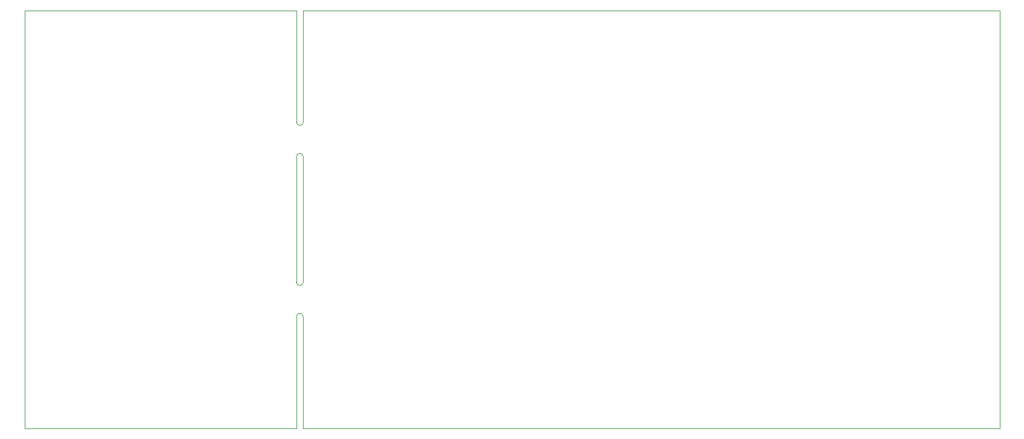
<source format=gbr>
%TF.GenerationSoftware,KiCad,Pcbnew,7.0.10*%
%TF.CreationDate,2024-06-25T20:59:09+02:00*%
%TF.ProjectId,a277d-led-tachometer,61323737-642d-46c6-9564-2d746163686f,rev?*%
%TF.SameCoordinates,Original*%
%TF.FileFunction,Profile,NP*%
%FSLAX46Y46*%
G04 Gerber Fmt 4.6, Leading zero omitted, Abs format (unit mm)*
G04 Created by KiCad (PCBNEW 7.0.10) date 2024-06-25 20:59:09*
%MOMM*%
%LPD*%
G01*
G04 APERTURE LIST*
%TA.AperFunction,Profile*%
%ADD10C,0.100000*%
%TD*%
G04 APERTURE END LIST*
D10*
X19000000Y-60000000D02*
X19000000Y-44000000D01*
X19000000Y-39000000D02*
G75*
G03*
X20000000Y-39000000I500000J0D01*
G01*
X120000000Y0D02*
X120000000Y-60000000D01*
X20000000Y0D02*
X120000000Y0D01*
X20000000Y-60000000D02*
X20000000Y-44000000D01*
X120000000Y-60000000D02*
X20000000Y-60000000D01*
X19000000Y0D02*
X19000000Y-16000000D01*
X19000000Y-16000000D02*
G75*
G03*
X20000000Y-16000000I500000J0D01*
G01*
X-20000000Y0D02*
X-20000000Y-60000000D01*
X19000000Y0D02*
X-20000000Y0D01*
X-20000000Y-60000000D02*
X19000000Y-60000000D01*
X20000000Y-21000000D02*
G75*
G03*
X19000000Y-21000000I-500000J0D01*
G01*
X20000000Y0D02*
X20000000Y-16000000D01*
X20000000Y-21000000D02*
X20000000Y-39000000D01*
X20000000Y-44000000D02*
G75*
G03*
X19000000Y-44000000I-500000J0D01*
G01*
X19000000Y-21000000D02*
X19000000Y-39000000D01*
M02*

</source>
